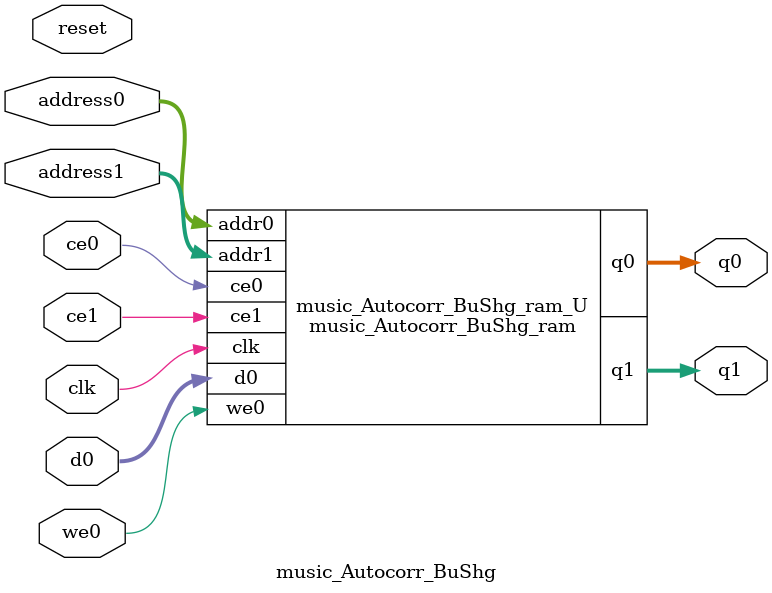
<source format=v>
`timescale 1 ns / 1 ps
module music_Autocorr_BuShg_ram (addr0, ce0, d0, we0, q0, addr1, ce1, q1,  clk);

parameter DWIDTH = 32;
parameter AWIDTH = 6;
parameter MEM_SIZE = 40;

input[AWIDTH-1:0] addr0;
input ce0;
input[DWIDTH-1:0] d0;
input we0;
output reg[DWIDTH-1:0] q0;
input[AWIDTH-1:0] addr1;
input ce1;
output reg[DWIDTH-1:0] q1;
input clk;

(* ram_style = "block" *)reg [DWIDTH-1:0] ram[0:MEM_SIZE-1];




always @(posedge clk)  
begin 
    if (ce0) 
    begin
        if (we0) 
        begin 
            ram[addr0] <= d0; 
        end 
        q0 <= ram[addr0];
    end
end


always @(posedge clk)  
begin 
    if (ce1) 
    begin
        q1 <= ram[addr1];
    end
end


endmodule

`timescale 1 ns / 1 ps
module music_Autocorr_BuShg(
    reset,
    clk,
    address0,
    ce0,
    we0,
    d0,
    q0,
    address1,
    ce1,
    q1);

parameter DataWidth = 32'd32;
parameter AddressRange = 32'd40;
parameter AddressWidth = 32'd6;
input reset;
input clk;
input[AddressWidth - 1:0] address0;
input ce0;
input we0;
input[DataWidth - 1:0] d0;
output[DataWidth - 1:0] q0;
input[AddressWidth - 1:0] address1;
input ce1;
output[DataWidth - 1:0] q1;



music_Autocorr_BuShg_ram music_Autocorr_BuShg_ram_U(
    .clk( clk ),
    .addr0( address0 ),
    .ce0( ce0 ),
    .we0( we0 ),
    .d0( d0 ),
    .q0( q0 ),
    .addr1( address1 ),
    .ce1( ce1 ),
    .q1( q1 ));

endmodule


</source>
